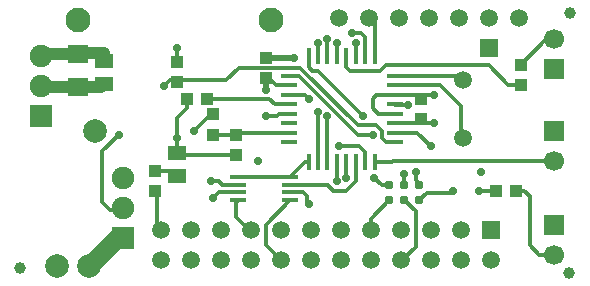
<source format=gtl>
G04 DipTrace 3.1.0.0*
G04 Top.GTL*
%MOIN*%
G04 #@! TF.FileFunction,Copper,L1,Top*
G04 #@! TF.Part,Single*
%AMOUTLINE0*
4,1,4,
0.027559,-0.007874,
-0.027559,-0.007874,
-0.027559,0.007874,
0.027559,0.007874,
0.027559,-0.007874,
0*%
%AMOUTLINE3*
4,1,4,
0.007874,0.027559,
0.007874,-0.027559,
-0.007874,-0.027559,
-0.007874,0.027559,
0.007874,0.027559,
0*%
G04 #@! TA.AperFunction,Conductor*
%ADD14C,0.012992*%
%ADD15C,0.03937*%
%ADD17C,0.019685*%
%ADD18C,0.062992*%
%ADD20C,0.011811*%
G04 #@! TA.AperFunction,Nonconductor*
%ADD24C,0.039365*%
%ADD25R,0.03937X0.043307*%
%ADD26R,0.070866X0.062992*%
%ADD27R,0.043307X0.03937*%
%ADD28R,0.059055X0.051181*%
G04 #@! TA.AperFunction,ComponentPad*
%ADD29C,0.066929*%
%ADD32C,0.059055*%
%ADD33R,0.066929X0.066929*%
%ADD35C,0.07874*%
%ADD37R,0.074803X0.074803*%
%ADD38C,0.082677*%
%ADD39C,0.074803*%
%ADD41R,0.059055X0.059055*%
%ADD43C,0.059055*%
%ADD49R,0.055118X0.015748*%
%ADD53C,0.030984*%
G04 #@! TA.AperFunction,ViaPad*
%ADD54C,0.027559*%
%ADD93OUTLINE0*%
%ADD96OUTLINE3*%
%FSLAX26Y26*%
G04*
G70*
G90*
G75*
G01*
G04 Top*
%LPD*%
X1329685Y651302D2*
D14*
Y650088D1*
X1461643D1*
X1329685Y651302D2*
X1404172D1*
X1417887Y637587D1*
X274018Y786362D2*
D15*
X154152D1*
X149010Y781220D1*
X1329685Y588310D2*
D14*
X1273395D1*
X1255371Y606333D1*
Y637587D1*
X1267873Y650088D1*
X1328471D1*
X361528Y762966D2*
D15*
Y790022D1*
X277678D1*
X274018Y786362D1*
X980343Y325642D2*
D14*
X1023509D1*
X1036598Y312552D1*
Y293800D1*
X1042849Y287550D1*
X1311627Y350051D2*
X1286629D1*
X1261621Y375059D1*
X975354Y682798D2*
X935131D1*
X909757Y708172D1*
X899084D1*
D17*
Y668840D1*
X605257Y456222D2*
D14*
Y506323D1*
X975354Y588310D2*
Y587581D1*
X942839D1*
X936588Y581331D1*
X899084D1*
X1329685Y619806D2*
Y618770D1*
X1373990D1*
X1329685Y556814D2*
Y556328D1*
X1461643D1*
X1329685Y556814D2*
X1404043D1*
X1417887Y570657D1*
X274018Y676126D2*
D15*
X154105D1*
X149010Y681220D1*
X636556Y637587D2*
D14*
Y606333D1*
X605257Y575034D1*
Y506323D1*
X807114Y325642D2*
X743407D1*
X724066Y306300D1*
X799073Y450067D2*
X611412D1*
X605257Y456222D1*
X274018Y676126D2*
D15*
X349491D1*
X361528Y688163D1*
X1411627Y350051D2*
D14*
Y356318D1*
X1399136Y368808D1*
Y393812D1*
X605303Y760772D2*
Y806354D1*
X899084Y775101D2*
D17*
X992844D1*
X311512Y81278D2*
D18*
X405272Y175038D1*
X424026D1*
X1136772Y426892D2*
D14*
Y362558D1*
X1199764Y426892D2*
Y363206D1*
X1167862Y331304D1*
X1124108D1*
X1105356Y350056D1*
X981518D1*
X980343Y351232D1*
X1042283Y781223D2*
Y744413D1*
X1055350Y731346D1*
X1074102D1*
X1224118Y581331D1*
X1249013Y199970D2*
Y237437D1*
X1311627Y300051D1*
X1073780Y781223D2*
Y825106D1*
X1361627Y350051D2*
Y387555D1*
X424026Y275038D2*
Y268798D1*
X380280D1*
X355277Y293800D1*
Y462568D1*
X411533Y518824D1*
X1186614Y856360D2*
X1217867D1*
X1231260Y842967D1*
Y781223D1*
X1255371Y518824D2*
X1205366D1*
X1011596Y712594D1*
X977054D1*
X975354Y714294D1*
X1349013Y99970D2*
X1355322D1*
X1399136Y143785D1*
Y262542D1*
X1361627Y300051D1*
X1231260Y426892D2*
Y461677D1*
X1211617Y481320D1*
X1142860D1*
X717815Y362558D2*
X742818D1*
X755319Y350056D1*
X805938D1*
X807114Y351232D1*
X849013Y199970D2*
X842899D1*
X799073Y243795D1*
Y292010D1*
X807114Y300051D1*
X949013Y99970D2*
Y100106D1*
X899084Y150035D1*
Y218793D1*
X980343Y300051D1*
X1105276Y781223D2*
Y837608D1*
X1136772Y781223D2*
Y825106D1*
X549013Y199970D2*
X536546D1*
Y328909D1*
X530262D1*
Y395839D2*
X605257D1*
Y381419D1*
X1329685Y682798D2*
X1478938D1*
X1549152Y612584D1*
Y525075D1*
X1555395Y518832D1*
Y506353D1*
X1329685Y714294D2*
X1541194D1*
X1555395Y700093D1*
X1168268Y781223D2*
Y743442D1*
X1180364Y731346D1*
X1280374D1*
X1299126Y750098D1*
X1642912D1*
X1707856Y685155D1*
X1749018D1*
X1861690Y837597D2*
X1834531D1*
X1749018Y752084D1*
X1665451Y331223D2*
X1611513D1*
X1732381D2*
X1761756D1*
X1780427Y312552D1*
Y150035D1*
X1811740Y118722D1*
X1861516D1*
X1524150Y331304D2*
Y325054D1*
X1436630D1*
X1411627Y300051D1*
X1167862Y375059D2*
Y426487D1*
X1168268Y426892D1*
X1262756Y781223D2*
Y886228D1*
X1242762Y906222D1*
X1199764Y781223D2*
Y825106D1*
X1042849Y637587D2*
X1029134Y651302D1*
X975354D1*
X1861516Y431222D2*
X1324035D1*
X1319706Y426892D1*
X1262756D1*
X975354Y619806D2*
X929366D1*
X911585Y637587D1*
X703486D1*
X807114Y376823D2*
X980343D1*
X1042283Y426892D2*
X1030412D1*
X980343Y376823D1*
X724066Y518824D2*
X797245D1*
X799073Y516996D1*
X975354Y525318D2*
X807395D1*
X799073Y516996D1*
X724066Y585753D2*
X715987D1*
X661559Y531325D1*
X1329685Y525318D2*
X1404944D1*
X1448991Y481270D1*
X561549Y681341D2*
X580301Y700093D1*
X611554D1*
X767820D1*
X809241Y741514D1*
D20*
X1013929D1*
D14*
X1205366Y550077D1*
X1267873D1*
X1286625Y531325D1*
Y506323D1*
X1299126Y493821D1*
X1329685D1*
X611554Y700093D2*
Y693842D1*
X605303D1*
X1105276Y426892D2*
Y581251D1*
X1074102Y593832D2*
Y426892D1*
X1073780D1*
D54*
X1461643Y650088D3*
X1042849Y287550D3*
X1261621Y375059D3*
X1617909Y393811D3*
X899084Y668840D3*
X605257Y506323D3*
X899084Y581331D3*
X1373990Y618770D3*
X1461643Y556328D3*
X724066Y306300D3*
X1399136Y393812D3*
X605303Y806354D3*
X992844Y775101D3*
X1136772Y362558D3*
X1224118Y581331D3*
X1073780Y825106D3*
X1361627Y387555D3*
X411533Y518824D3*
X1186614Y856360D3*
X1255371Y518824D3*
X1142860Y481320D3*
X717815Y362558D3*
X1105276Y837608D3*
X1136772Y825106D3*
X1611513Y331223D3*
X1524150Y331304D3*
X1199764Y825106D3*
X1042849Y637587D3*
X661559Y531325D3*
X1448991Y481270D3*
X561549Y681341D3*
X1105276Y581251D3*
X1074102Y593832D3*
X874081Y431315D3*
X1167862Y375059D3*
D25*
X1417887Y637587D3*
Y570657D3*
D26*
X274018Y676126D3*
Y786362D3*
D27*
X636556Y637587D3*
X703486D3*
D28*
X361528Y688163D3*
Y762966D3*
D25*
X899084Y708172D3*
Y775101D3*
D28*
X605257Y456222D3*
Y381419D3*
D29*
X1861690Y837597D3*
D33*
Y737597D3*
X1861516Y218722D3*
D29*
Y118722D3*
D35*
X205262Y81223D3*
D37*
X424026Y175038D3*
D35*
X311512Y81278D3*
D39*
X424026Y275038D3*
D32*
X1242762Y906222D3*
D39*
X424026Y375038D3*
D32*
X1342762Y906222D3*
X1442762D3*
X1542762D3*
X1642762D3*
X1742764D3*
D35*
X330274Y531325D3*
D41*
X1642912Y806354D3*
D38*
X274018Y900114D3*
X917836D3*
D32*
X1142860Y906365D3*
D25*
X530262Y328909D3*
Y395839D3*
D27*
X1665451Y331223D3*
X1732381D3*
D25*
X1749018Y752084D3*
Y685155D3*
X724066Y518824D3*
Y585753D3*
X799073Y450067D3*
Y516996D3*
X605303Y693842D3*
Y760772D3*
D33*
X1861516Y531222D3*
D29*
Y431222D3*
D37*
X149010Y581220D3*
D39*
Y681220D3*
Y781220D3*
D41*
X1649013Y199970D3*
D43*
Y99970D3*
X1549013Y199970D3*
Y99970D3*
X1449013Y199970D3*
Y99970D3*
X1349013Y199970D3*
Y99970D3*
X1249013Y199970D3*
Y99970D3*
X1149013Y199970D3*
Y99970D3*
X1049013Y199970D3*
Y99970D3*
X949013Y199970D3*
Y99970D3*
X849013Y199970D3*
Y99970D3*
X749013Y199970D3*
Y99970D3*
X649013Y199970D3*
Y99970D3*
X549013Y199970D3*
Y99970D3*
D93*
X1329685Y493821D3*
Y525318D3*
Y556814D3*
Y588310D3*
Y619806D3*
Y651302D3*
Y682798D3*
Y714294D3*
X975354Y493821D3*
Y525318D3*
Y556814D3*
Y588310D3*
Y619806D3*
Y651302D3*
Y682798D3*
Y714294D3*
D96*
X1262756Y781223D3*
X1231260D3*
X1199764D3*
X1168268D3*
X1136772D3*
X1105276D3*
X1073780D3*
X1042283D3*
X1262756Y426892D3*
X1231260D3*
X1199764D3*
X1168268D3*
X1136772D3*
X1105276D3*
X1073780D3*
X1042283D3*
D43*
X1555395Y700093D3*
Y506353D3*
D49*
X980343Y300051D3*
Y325642D3*
Y351232D3*
Y376823D3*
X807114D3*
Y351232D3*
Y325642D3*
Y300051D3*
D53*
X1311627D3*
X1361627D3*
X1411627D3*
Y350051D3*
X1361627D3*
X1311627D3*
D24*
X80240Y75020D3*
X1914689Y925216D3*
X1911690Y56276D3*
M02*

</source>
